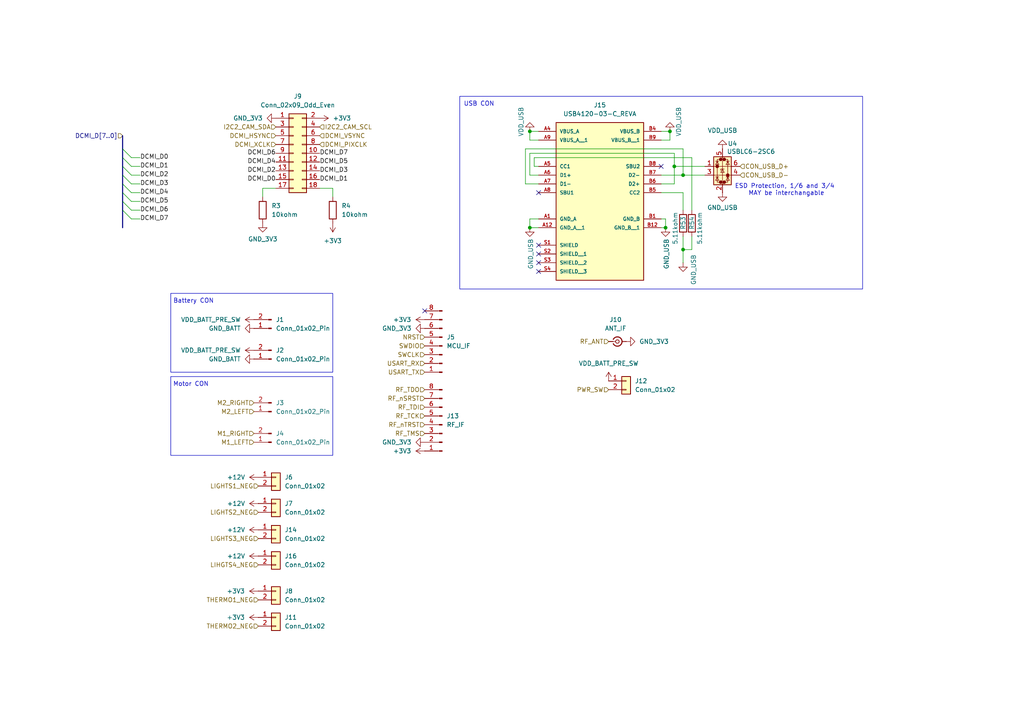
<source format=kicad_sch>
(kicad_sch (version 20231120) (generator "eeschema") (generator_version "8.0")
  (paper "A4")
  (lib_symbols
    (symbol "Connector:Conn_01x02_Pin" (pin_names (offset 1.016) hide)
      (property "Reference" "J" (at 0 2.54 0))
      (property "Value" "Conn_01x02_Pin" (at 0 -5.08 0))
      (symbol "Conn_01x02_Pin_1_1"
        (polyline (pts (xy 1.27 -2.54) (xy 0.8636 -2.54)) (stroke (width 0.1524)))
        (polyline (pts (xy 1.27 0) (xy 0.8636 0)) (stroke (width 0.1524)))
        (rectangle (start 0.8636 -2.413) (end 0 -2.667) (stroke (width 0.1524)) (fill (type outline)))
        (rectangle (start 0.8636 0.127) (end 0 -0.127) (stroke (width 0.1524)) (fill (type outline)))
        (pin passive line (at 5.08 0 180) (length 3.81) (name "Pin_1") (number "1"))
        (pin passive line (at 5.08 -2.54 180) (length 3.81) (name "Pin_2") (number "2"))
      )
    )
    (symbol "Connector:Conn_01x08_Pin" (pin_names (offset 1.016) hide)
      (property "Reference" "J" (at 0 10.16 0))
      (property "Value" "Conn_01x08_Pin" (at 0 -12.7 0))
      (symbol "Conn_01x08_Pin_1_1"
        (polyline (pts (xy 1.27 -10.16) (xy 0.8636 -10.16)) (stroke (width 0.1524)))
        (polyline (pts (xy 1.27 -7.62) (xy 0.8636 -7.62)) (stroke (width 0.1524)))
        (polyline (pts (xy 1.27 -5.08) (xy 0.8636 -5.08)) (stroke (width 0.1524)))
        (polyline (pts (xy 1.27 -2.54) (xy 0.8636 -2.54)) (stroke (width 0.1524)))
        (polyline (pts (xy 1.27 0) (xy 0.8636 0)) (stroke (width 0.1524)))
        (polyline (pts (xy 1.27 2.54) (xy 0.8636 2.54)) (stroke (width 0.1524)))
        (polyline (pts (xy 1.27 5.08) (xy 0.8636 5.08)) (stroke (width 0.1524)))
        (polyline (pts (xy 1.27 7.62) (xy 0.8636 7.62)) (stroke (width 0.1524)))
        (rectangle (start 0.8636 -10.033) (end 0 -10.287) (stroke (width 0.1524)) (fill (type outline)))
        (rectangle (start 0.8636 -7.493) (end 0 -7.747) (stroke (width 0.1524)) (fill (type outline)))
        (rectangle (start 0.8636 -4.953) (end 0 -5.207) (stroke (width 0.1524)) (fill (type outline)))
        (rectangle (start 0.8636 -2.413) (end 0 -2.667) (stroke (width 0.1524)) (fill (type outline)))
        (rectangle (start 0.8636 0.127) (end 0 -0.127) (stroke (width 0.1524)) (fill (type outline)))
        (rectangle (start 0.8636 2.667) (end 0 2.413) (stroke (width 0.1524)) (fill (type outline)))
        (rectangle (start 0.8636 5.207) (end 0 4.953) (stroke (width 0.1524)) (fill (type outline)))
        (rectangle (start 0.8636 7.747) (end 0 7.493) (stroke (width 0.1524)) (fill (type outline)))
        (pin passive line (at 5.08 7.62 180) (length 3.81) (name "Pin_1") (number "1"))
        (pin passive line (at 5.08 5.08 180) (length 3.81) (name "Pin_2") (number "2"))
        (pin passive line (at 5.08 2.54 180) (length 3.81) (name "Pin_3") (number "3"))
        (pin passive line (at 5.08 0 180) (length 3.81) (name "Pin_4") (number "4"))
        (pin passive line (at 5.08 -2.54 180) (length 3.81) (name "Pin_5") (number "5"))
        (pin passive line (at 5.08 -5.08 180) (length 3.81) (name "Pin_6") (number "6"))
        (pin passive line (at 5.08 -7.62 180) (length 3.81) (name "Pin_7") (number "7"))
        (pin passive line (at 5.08 -10.16 180) (length 3.81) (name "Pin_8") (number "8"))
      )
    )
    (symbol "Connector:Conn_Coaxial_Small" (pin_numbers hide) (pin_names (offset 1.016) hide)
      (property "Reference" "J" (at 0.254 3.048 0))
      (property "Value" "Conn_Coaxial_Small" (at 0 -3.81 0))
      (symbol "Conn_Coaxial_Small_0_1"
        (polyline (pts (xy -2.54 0) (xy -0.508 0)))
        (circle (center 0 0) (radius 0.508) (stroke (width 0.2032)))
      )
      (symbol "Conn_Coaxial_Small_1_1"
        (arc (start -1.1916 -0.6311) (mid 0.327 -1.3081) (end 1.3484 0.0039) (stroke (width 0.3048)))
        (arc (start 1.3484 -0.0039) (mid 0.327 1.3081) (end -1.1916 0.6311) (stroke (width 0.3048)))
        (pin passive line (at -2.54 0 0) (length 1.27) (name "In") (number "1"))
        (pin passive line (at 2.54 0 180) (length 1.27) (name "Ext") (number "2"))
      )
    )
    (symbol "Connector_Generic:Conn_01x02" (pin_names (offset 1.016) hide)
      (property "Reference" "J" (at 0 2.54 0))
      (property "Value" "Conn_01x02" (at 0 -5.08 0))
      (symbol "Conn_01x02_1_1"
        (rectangle (start -1.27 -2.413) (end 0 -2.667) (stroke (width 0.1524)))
        (rectangle (start -1.27 0.127) (end 0 -0.127) (stroke (width 0.1524)))
        (rectangle (start -1.27 1.27) (end 1.27 -3.81) (stroke (width 0.254)) (fill (type background)))
        (pin passive line (at -5.08 0 0) (length 3.81) (name "Pin_1") (number "1"))
        (pin passive line (at -5.08 -2.54 0) (length 3.81) (name "Pin_2") (number "2"))
      )
    )
    (symbol "Connector_Generic:Conn_02x09_Odd_Even" (pin_names (offset 1.016) hide)
      (property "Reference" "J" (at 1.27 12.7 0))
      (property "Value" "Conn_02x09_Odd_Even" (at 1.27 -12.7 0))
      (symbol "Conn_02x09_Odd_Even_1_1"
        (rectangle (start -1.27 -10.033) (end 0 -10.287) (stroke (width 0.1524)))
        (rectangle (start -1.27 -7.493) (end 0 -7.747) (stroke (width 0.1524)))
        (rectangle (start -1.27 -4.953) (end 0 -5.207) (stroke (width 0.1524)))
        (rectangle (start -1.27 -2.413) (end 0 -2.667) (stroke (width 0.1524)))
        (rectangle (start -1.27 0.127) (end 0 -0.127) (stroke (width 0.1524)))
        (rectangle (start -1.27 2.667) (end 0 2.413) (stroke (width 0.1524)))
        (rectangle (start -1.27 5.207) (end 0 4.953) (stroke (width 0.1524)))
        (rectangle (start -1.27 7.747) (end 0 7.493) (stroke (width 0.1524)))
        (rectangle (start -1.27 10.287) (end 0 10.033) (stroke (width 0.1524)))
        (rectangle (start -1.27 11.43) (end 3.81 -11.43) (stroke (width 0.254)) (fill (type background)))
        (rectangle (start 3.81 -10.033) (end 2.54 -10.287) (stroke (width 0.1524)))
        (rectangle (start 3.81 -7.493) (end 2.54 -7.747) (stroke (width 0.1524)))
        (rectangle (start 3.81 -4.953) (end 2.54 -5.207) (stroke (width 0.1524)))
        (rectangle (start 3.81 -2.413) (end 2.54 -2.667) (stroke (width 0.1524)))
        (rectangle (start 3.81 0.127) (end 2.54 -0.127) (stroke (width 0.1524)))
        (rectangle (start 3.81 2.667) (end 2.54 2.413) (stroke (width 0.1524)))
        (rectangle (start 3.81 5.207) (end 2.54 4.953) (stroke (width 0.1524)))
        (rectangle (start 3.81 7.747) (end 2.54 7.493) (stroke (width 0.1524)))
        (rectangle (start 3.81 10.287) (end 2.54 10.033) (stroke (width 0.1524)))
        (pin passive line (at -5.08 10.16 0) (length 3.81) (name "Pin_1") (number "1"))
        (pin passive line (at 7.62 0 180) (length 3.81) (name "Pin_10") (number "10"))
        (pin passive line (at -5.08 -2.54 0) (length 3.81) (name "Pin_11") (number "11"))
        (pin passive line (at 7.62 -2.54 180) (length 3.81) (name "Pin_12") (number "12"))
        (pin passive line (at -5.08 -5.08 0) (length 3.81) (name "Pin_13") (number "13"))
        (pin passive line (at 7.62 -5.08 180) (length 3.81) (name "Pin_14") (number "14"))
        (pin passive line (at -5.08 -7.62 0) (length 3.81) (name "Pin_15") (number "15"))
        (pin passive line (at 7.62 -7.62 180) (length 3.81) (name "Pin_16") (number "16"))
        (pin passive line (at -5.08 -10.16 0) (length 3.81) (name "Pin_17") (number "17"))
        (pin passive line (at 7.62 -10.16 180) (length 3.81) (name "Pin_18") (number "18"))
        (pin passive line (at 7.62 10.16 180) (length 3.81) (name "Pin_2") (number "2"))
        (pin passive line (at -5.08 7.62 0) (length 3.81) (name "Pin_3") (number "3"))
        (pin passive line (at 7.62 7.62 180) (length 3.81) (name "Pin_4") (number "4"))
        (pin passive line (at -5.08 5.08 0) (length 3.81) (name "Pin_5") (number "5"))
        (pin passive line (at 7.62 5.08 180) (length 3.81) (name "Pin_6") (number "6"))
        (pin passive line (at -5.08 2.54 0) (length 3.81) (name "Pin_7") (number "7"))
        (pin passive line (at 7.62 2.54 180) (length 3.81) (name "Pin_8") (number "8"))
        (pin passive line (at -5.08 0 0) (length 3.81) (name "Pin_9") (number "9"))
      )
    )
    (symbol "Device:R" (pin_numbers hide) (pin_names (offset 0))
      (property "Reference" "R" (at 2.032 0 90))
      (property "Value" "R" (at 0 0 90))
      (symbol "R_0_1"
        (rectangle (start -1.016 -2.54) (end 1.016 2.54) (stroke (width 0.254)))
      )
      (symbol "R_1_1"
        (pin passive line (at 0 3.81 270) (length 1.27) (name "~") (number "1"))
        (pin passive line (at 0 -3.81 90) (length 1.27) (name "~") (number "2"))
      )
    )
    (symbol "Power_Protection:USBLC6-2SC6" (pin_names hide)
      (property "Reference" "U" (at 0.635 5.715 0))
      (property "Value" "USBLC6-2SC6" (at 0.635 3.81 0))
      (symbol "USBLC6-2SC6_0_0"
        (circle (center -1.524 0) (radius 0.0001) (stroke (width 0.508)))
        (circle (center -0.508 -4.572) (radius 0.0001) (stroke (width 0.508)))
        (circle (center -0.508 2.032) (radius 0.0001) (stroke (width 0.508)))
        (circle (center 0.508 -4.572) (radius 0.0001) (stroke (width 0.508)))
        (circle (center 0.508 2.032) (radius 0.0001) (stroke (width 0.508)))
        (circle (center 1.524 -2.54) (radius 0.0001) (stroke (width 0.508)))
      )
      (symbol "USBLC6-2SC6_0_1"
        (polyline (pts (xy -2.54 -2.54) (xy 2.54 -2.54)))
        (polyline (pts (xy -2.54 0) (xy 2.54 0)))
        (polyline (pts (xy -2.032 -3.048) (xy -1.016 -3.048)))
        (polyline (pts (xy -1.016 1.524) (xy -2.032 1.524)))
        (polyline (pts (xy 1.016 -3.048) (xy 2.032 -3.048)))
        (polyline (pts (xy 1.016 1.524) (xy 2.032 1.524)))
        (polyline (pts (xy -0.508 -1.143) (xy -0.508 -0.762) (xy 0.508 -0.762)))
        (polyline (pts (xy -2.032 0.508) (xy -1.016 0.508) (xy -1.524 1.524) (xy -2.032 0.508)))
        (polyline (pts (xy -1.016 -4.064) (xy -2.032 -4.064) (xy -1.524 -3.048) (xy -1.016 -4.064)))
        (polyline (pts (xy 0.508 -1.778) (xy -0.508 -1.778) (xy 0 -0.762) (xy 0.508 -1.778)))
        (polyline (pts (xy 2.032 -4.064) (xy 1.016 -4.064) (xy 1.524 -3.048) (xy 2.032 -4.064)))
        (polyline (pts (xy 2.032 0.508) (xy 1.016 0.508) (xy 1.524 1.524) (xy 2.032 0.508)))
        (polyline (pts (xy 0 2.54) (xy -0.508 2.032) (xy 0.508 2.032) (xy 0 1.524) (xy 0 -4.064) (xy -0.508 -4.572) (xy 0.508 -4.572) (xy 0 -5.08)))
      )
      (symbol "USBLC6-2SC6_1_1"
        (rectangle (start -2.54 2.794) (end 2.54 -5.334) (stroke (width 0.254)) (fill (type background)))
        (polyline (pts (xy -0.508 2.032) (xy -1.524 2.032) (xy -1.524 -4.572) (xy -0.508 -4.572)))
        (polyline (pts (xy 0.508 -4.572) (xy 1.524 -4.572) (xy 1.524 2.032) (xy 0.508 2.032)))
        (pin passive line (at -5.08 0 0) (length 2.54) (name "I/O1") (number "1"))
        (pin passive line (at 0 -7.62 90) (length 2.54) (name "GND") (number "2"))
        (pin passive line (at -5.08 -2.54 0) (length 2.54) (name "I/O2") (number "3"))
        (pin passive line (at 5.08 -2.54 180) (length 2.54) (name "I/O2") (number "4"))
        (pin passive line (at 0 5.08 270) (length 2.54) (name "VBUS") (number "5"))
        (pin passive line (at 5.08 0 180) (length 2.54) (name "I/O1") (number "6"))
      )
    )
    (symbol "USB4120-03-C:USB4120-03-C_REVA" (pin_names (offset 1.016))
      (property "Reference" "J" (at -12.7 16.002 0))
      (property "Value" "USB4120-03-C_REVA" (at -12.7 -31.242 0))
      (symbol "USB4120-03-C_REVA_0_0"
        (rectangle (start -12.7 -30.48) (end 12.7 15.24) (stroke (width 0.254)) (fill (type background)))
        (pin power_in line (at -17.78 -12.7 0) (length 5.08) (name "GND_A") (number "A1"))
        (pin power_in line (at -17.78 -15.24 0) (length 5.08) (name "GND_A__1") (number "A12"))
        (pin power_in line (at -17.78 12.7 0) (length 5.08) (name "VBUS_A") (number "A4"))
        (pin bidirectional line (at -17.78 2.54 0) (length 5.08) (name "CC1") (number "A5"))
        (pin bidirectional line (at -17.78 0 0) (length 5.08) (name "D1+") (number "A6"))
        (pin bidirectional line (at -17.78 -2.54 0) (length 5.08) (name "D1-") (number "A7"))
        (pin bidirectional line (at -17.78 -5.08 0) (length 5.08) (name "SBU1") (number "A8"))
        (pin power_in line (at -17.78 10.16 0) (length 5.08) (name "VBUS_A__1") (number "A9"))
        (pin power_in line (at 17.78 -12.7 180) (length 5.08) (name "GND_B") (number "B1"))
        (pin power_in line (at 17.78 -15.24 180) (length 5.08) (name "GND_B__1") (number "B12"))
        (pin power_in line (at 17.78 12.7 180) (length 5.08) (name "VBUS_B") (number "B4"))
        (pin bidirectional line (at 17.78 -5.08 180) (length 5.08) (name "CC2") (number "B5"))
        (pin bidirectional line (at 17.78 -2.54 180) (length 5.08) (name "D2+") (number "B6"))
        (pin bidirectional line (at 17.78 0 180) (length 5.08) (name "D2-") (number "B7"))
        (pin bidirectional line (at 17.78 2.54 180) (length 5.08) (name "SBU2") (number "B8"))
        (pin power_in line (at 17.78 10.16 180) (length 5.08) (name "VBUS_B__1") (number "B9"))
        (pin passive line (at -17.78 -20.32 0) (length 5.08) (name "SHIELD") (number "S1"))
        (pin passive line (at -17.78 -22.86 0) (length 5.08) (name "SHIELD__1") (number "S2"))
        (pin passive line (at -17.78 -25.4 0) (length 5.08) (name "SHIELD__2") (number "S3"))
        (pin passive line (at -17.78 -27.94 0) (length 5.08) (name "SHIELD__3") (number "S4"))
      )
    )
    (symbol "power:+3V3" (power) (pin_numbers hide) (pin_names (offset 0) hide)
      (property "Value" "+3V3" (at 0 3.556 0))
      (symbol "+3V3_0_1"
        (polyline (pts (xy -0.762 1.27) (xy 0 2.54)))
        (polyline (pts (xy 0 0) (xy 0 2.54)))
        (polyline (pts (xy 0 2.54) (xy 0.762 1.27)))
      )
      (symbol "+3V3_1_1"
        (pin power_in line (at 0 0 90) (length 0) (name "~") (number "1"))
      )
    )
    (symbol "power:GND" (power) (pin_numbers hide) (pin_names (offset 0) hide)
      (property "Value" "GND" (at 0 -3.81 0))
      (symbol "GND_0_1"
        (polyline (pts (xy 0 0) (xy 0 -1.27) (xy 1.27 -1.27) (xy 0 -2.54) (xy -1.27 -1.27) (xy 0 -1.27)))
      )
      (symbol "GND_1_1"
        (pin power_in line (at 0 0 270) (length 0) (name "~") (number "1"))
      )
    )
  )
  (junction (at 194.31 38.1))
  (junction (at 195.58 48.26))
  (junction (at 198.12 72.39))
  (junction (at 153.67 38.1))
  (junction (at 153.67 66.04))
  (junction (at 198.12 50.8))
  (junction (at 193.04 66.04))
  (no_connect (at 156.21 55.88))
  (no_connect (at 156.21 73.66))
  (no_connect (at 156.21 71.12))
  (no_connect (at 156.21 78.74))
  (no_connect (at 123.19 90.17))
  (no_connect (at 191.77 48.26))
  (no_connect (at 156.21 76.2))
  (bus_entry (at 35.56 55.88) (size 2.54 2.54))
  (bus_entry (at 35.56 58.42) (size 2.54 2.54))
  (bus_entry (at 35.56 43.18) (size 2.54 2.54))
  (bus_entry (at 35.56 60.96) (size 2.54 2.54))
  (bus_entry (at 35.56 53.34) (size 2.54 2.54))
  (bus_entry (at 35.56 48.26) (size 2.54 2.54))
  (bus_entry (at 35.56 45.72) (size 2.54 2.54))
  (bus_entry (at 35.56 50.8) (size 2.54 2.54))
  (wire (pts (xy 153.67 44.45) (xy 195.58 44.45)))
  (wire (pts (xy 195.58 48.26) (xy 195.58 53.34)))
  (wire (pts (xy 40.64 48.26) (xy 38.1 48.26)))
  (wire (pts (xy 191.77 63.5) (xy 193.04 63.5)))
  (wire (pts (xy 154.94 45.72) (xy 200.66 45.72)))
  (bus (pts (xy 35.56 66.04) (xy 35.56 60.96)))
  (wire (pts (xy 153.67 63.5) (xy 156.21 63.5)))
  (bus (pts (xy 35.56 50.8) (xy 35.56 48.26)))
  (wire (pts (xy 194.31 40.64) (xy 194.31 38.1)))
  (bus (pts (xy 35.56 43.18) (xy 35.56 39.37)))
  (bus (pts (xy 35.56 45.72) (xy 35.56 43.18)))
  (wire (pts (xy 191.77 40.64) (xy 194.31 40.64)))
  (bus (pts (xy 35.56 60.96) (xy 35.56 58.42)))
  (wire (pts (xy 193.04 66.04) (xy 191.77 66.04)))
  (wire (pts (xy 40.64 60.96) (xy 38.1 60.96)))
  (wire (pts (xy 198.12 72.39) (xy 200.66 72.39)))
  (wire (pts (xy 153.67 66.04) (xy 156.21 66.04)))
  (wire (pts (xy 198.12 60.96) (xy 198.12 55.88)))
  (wire (pts (xy 96.52 54.61) (xy 96.52 57.15)))
  (wire (pts (xy 40.64 50.8) (xy 38.1 50.8)))
  (wire (pts (xy 76.2 54.61) (xy 76.2 57.15)))
  (wire (pts (xy 76.2 54.61) (xy 80.01 54.61)))
  (wire (pts (xy 40.64 63.5) (xy 38.1 63.5)))
  (wire (pts (xy 152.4 53.34) (xy 152.4 43.18)))
  (wire (pts (xy 195.58 44.45) (xy 195.58 48.26)))
  (wire (pts (xy 40.64 58.42) (xy 38.1 58.42)))
  (wire (pts (xy 40.64 53.34) (xy 38.1 53.34)))
  (wire (pts (xy 156.21 53.34) (xy 152.4 53.34)))
  (wire (pts (xy 198.12 43.18) (xy 198.12 50.8)))
  (bus (pts (xy 35.56 58.42) (xy 35.56 55.88)))
  (wire (pts (xy 154.94 48.26) (xy 154.94 45.72)))
  (wire (pts (xy 193.04 63.5) (xy 193.04 66.04)))
  (wire (pts (xy 200.66 45.72) (xy 200.66 60.96)))
  (wire (pts (xy 194.31 38.1) (xy 191.77 38.1)))
  (bus (pts (xy 35.56 48.26) (xy 35.56 45.72)))
  (bus (pts (xy 35.56 53.34) (xy 35.56 50.8)))
  (wire (pts (xy 156.21 50.8) (xy 153.67 50.8)))
  (wire (pts (xy 153.67 38.1) (xy 156.21 38.1)))
  (wire (pts (xy 198.12 68.58) (xy 198.12 72.39)))
  (wire (pts (xy 96.52 54.61) (xy 92.71 54.61)))
  (wire (pts (xy 198.12 72.39) (xy 198.12 76.2)))
  (wire (pts (xy 152.4 43.18) (xy 198.12 43.18)))
  (wire (pts (xy 156.21 40.64) (xy 153.67 40.64)))
  (wire (pts (xy 195.58 48.26) (xy 204.47 48.26)))
  (wire (pts (xy 153.67 50.8) (xy 153.67 44.45)))
  (wire (pts (xy 153.67 66.04) (xy 153.67 63.5)))
  (wire (pts (xy 153.67 40.64) (xy 153.67 38.1)))
  (wire (pts (xy 198.12 50.8) (xy 204.47 50.8)))
  (wire (pts (xy 156.21 48.26) (xy 154.94 48.26)))
  (bus (pts (xy 35.56 55.88) (xy 35.56 53.34)))
  (wire (pts (xy 191.77 50.8) (xy 198.12 50.8)))
  (wire (pts (xy 40.64 55.88) (xy 38.1 55.88)))
  (wire (pts (xy 200.66 72.39) (xy 200.66 68.58)))
  (wire (pts (xy 191.77 53.34) (xy 195.58 53.34)))
  (wire (pts (xy 198.12 55.88) (xy 191.77 55.88)))
  (wire (pts (xy 40.64 45.72) (xy 38.1 45.72)))
  (rectangle (start 133.35 27.94) (end 250.19 83.82))
  (rectangle (start 49.53 85.09) (end 96.52 107.95))
  (rectangle (start 49.53 109.22) (end 96.52 132.08))
  (text "Battery CON" (at 56.134 87.376 0) (effects (font (size 1.27 1.27))))
  (text "ESD Protection, 1/6 and 3/4 \nMAY be interchangable" (at 228.092 55.118 0) (effects (font (size 1.27 1.27))))
  (text "USB CON" (at 138.938 30.226 0) (effects (font (size 1.27 1.27))))
  (text "Motor CON" (at 55.372 111.506 0) (effects (font (size 1.27 1.27))))
  (label "DCMI_D4" (at 80.01 46.99 180))
  (label "DCMI_D0" (at 80.01 52.07 180))
  (label "DCMI_D5" (at 40.64 58.42 0))
  (label "DCMI_D1" (at 40.64 48.26 0))
  (label "DCMI_D7" (at 40.64 63.5 0))
  (label "DCMI_D3" (at 92.71 49.53 0))
  (label "DCMI_D0" (at 40.64 45.72 0))
  (label "DCMI_D7" (at 92.71 44.45 0))
  (label "DCMI_D6" (at 40.64 60.96 0))
  (label "DCMI_D4" (at 40.64 55.88 0))
  (label "DCMI_D1" (at 92.71 52.07 0))
  (label "DCMI_D2" (at 40.64 50.8 0))
  (label "DCMI_D2" (at 80.01 49.53 180))
  (label "DCMI_D5" (at 92.71 46.99 0))
  (label "DCMI_D6" (at 80.01 44.45 180))
  (label "DCMI_D3" (at 40.64 53.34 0))
  (hierarchical_label "SWCLK" (shape input) (at 123.19 102.87 180))
  (hierarchical_label "RF_TCK" (shape input) (at 123.19 120.65 180))
  (hierarchical_label "LIGHTS2_NEG" (shape input) (at 74.93 148.59 180))
  (hierarchical_label "M1_LEFT" (shape input) (at 73.66 128.27 180))
  (hierarchical_label "LIGHTS1_NEG" (shape input) (at 74.93 140.97 180))
  (hierarchical_label "USART_RX" (shape input) (at 123.19 105.41 180))
  (hierarchical_label "LIGHTS3_NEG" (shape input) (at 74.93 156.21 180))
  (hierarchical_label "RF_TDO" (shape input) (at 123.19 113.03 180))
  (hierarchical_label "DCMI_XCLK" (shape input) (at 80.01 41.91 180))
  (hierarchical_label "THERMO2_NEG" (shape input) (at 74.93 181.61 180))
  (hierarchical_label "M2_LEFT" (shape input) (at 73.66 119.38 180))
  (hierarchical_label "RF_nTRST" (shape input) (at 123.19 123.19 180))
  (hierarchical_label "DCMI_VSYNC" (shape input) (at 92.71 39.37 0))
  (hierarchical_label "PWR_SW" (shape input) (at 176.53 113.03 180))
  (hierarchical_label "DCMI_HSYNC" (shape input) (at 80.01 39.37 180))
  (hierarchical_label "NRST" (shape input) (at 123.19 97.79 180))
  (hierarchical_label "M1_RIGHT" (shape input) (at 73.66 125.73 180))
  (hierarchical_label "DCMI_D[7..0]" (shape input) (at 35.56 39.37 180))
  (hierarchical_label "RF_nSRST" (shape input) (at 123.19 115.57 180))
  (hierarchical_label "I2C2_CAM_SDA" (shape input) (at 80.01 36.83 180))
  (hierarchical_label "RF_TMS" (shape input) (at 123.19 125.73 180))
  (hierarchical_label "RF_ANT" (shape input) (at 176.53 99.06 180))
  (hierarchical_label "USART_TX" (shape input) (at 123.19 107.95 180))
  (hierarchical_label "LIHGTS4_NEG" (shape input) (at 74.93 163.83 180))
  (hierarchical_label "SWDIO" (shape input) (at 123.19 100.33 180))
  (hierarchical_label "M2_RIGHT" (shape input) (at 73.66 116.84 180))
  (hierarchical_label "THERMO1_NEG" (shape input) (at 74.93 173.99 180))
  (hierarchical_label "RF_TDI" (shape input) (at 123.19 118.11 180))
  (hierarchical_label "DCMI_PIXCLK" (shape input) (at 92.71 41.91 0))
  (hierarchical_label "CON_USB_D+" (shape input) (at 214.63 48.26 0))
  (hierarchical_label "CON_USB_D-" (shape input) (at 214.63 50.8 0))
  (hierarchical_label "I2C2_CAM_SCL" (shape input) (at 92.71 36.83 0))
  (symbol (lib_id "power:GND") (at 80.01 34.29 270) (unit 1)
    (property "Reference" "#PWR018" (effects (hide yes)))
    (property "Value" "GND_3V3" (at 76.2 34.2899 90) (effects (justify right)))
    (property "Description" "Power symbol creates a global label with name \"GND\" , ground" (effects (hide yes)))
  )
  (symbol (lib_id "power:GND") (at 153.67 38.1 180) (unit 1)
    (property "Reference" "#PWR071" (effects (hide yes)))
    (property "Value" "VDD_USB" (at 151.13 35.306 90))
    (property "Description" "Power symbol creates a global label with name \"GND\" , ground" (effects (hide yes)))
  )
  (symbol (lib_id "power:+3V3") (at 123.19 92.71 90) (unit 1)
    (property "Reference" "#PWR015" (effects (hide yes)))
    (property "Value" "+3V3" (at 119.3 92.7099 90) (effects (justify left)))
    (property "Description" "Power symbol creates a global label with name \"+3V3\"" (effects (hide yes)))
  )
  (symbol (lib_id "power:GND") (at 76.2 64.77 0) (unit 1)
    (property "Reference" "#PWR017" (effects (hide yes)))
    (property "Value" "GND_3V3" (at 80.518 69.342 0) (effects (justify right)))
    (property "Description" "Power symbol creates a global label with name \"GND\" , ground" (effects (hide yes)))
  )
  (symbol (lib_id "Connector:Conn_01x08_Pin") (at 128.27 100.33 180) (unit 1)
    (property "Reference" "J5" (at 129.54 97.7899 0) (effects (justify right)))
    (property "Value" "MCU_IF" (at 129.54 100.3299 0) (effects (justify right)))
    (property "Footprint" "Connector_PinHeader_2.54mm:PinHeader_2x04_P2.54mm_Vertical" (effects (hide yes)))
    (property "Description" "Generic connector, single row, 01x08, script generated" (effects (hide yes)))
  )
  (symbol (lib_id "Connector:Conn_01x02_Pin") (at 78.74 119.38 180) (unit 1)
    (property "Reference" "J3" (at 80.01 116.8399 0) (effects (justify right)))
    (property "Value" "Conn_01x02_Pin" (at 80.01 119.3799 0) (effects (justify right)))
    (property "Footprint" "Connector_AMASS:AMASS_XT60-M_1x02_P7.20mm_Vertical" (effects (hide yes)))
    (property "Description" "Generic connector, single row, 01x02, script generated" (effects (hide yes)))
  )
  (symbol (lib_id "power:+3V3") (at 74.93 153.67 90) (unit 1)
    (property "Reference" "#PWR085" (effects (hide yes)))
    (property "Value" "+12V" (at 71.12 153.6699 90) (effects (justify left)))
    (property "Description" "Power symbol creates a global label with name \"+3V3\"" (effects (hide yes)))
  )
  (symbol (lib_id "power:GND") (at 193.04 66.04 0) (unit 1)
    (property "Reference" "#PWR079" (effects (hide yes)))
    (property "Value" "GND_USB" (at 193.294 73.66 90))
    (property "Description" "Power symbol creates a global label with name \"GND\" , ground" (effects (hide yes)))
  )
  (symbol (lib_id "power:GND") (at 209.55 55.88 0) (unit 1)
    (property "Reference" "#PWR075" (effects (hide yes)))
    (property "Value" "GND_USB" (at 209.55 60.198 0))
    (property "Description" "Power symbol creates a global label with name \"GND\" , ground" (effects (hide yes)))
  )
  (symbol (lib_id "Connector_Generic:Conn_01x02") (at 80.01 179.07 0) (unit 1)
    (property "Reference" "J11" (at 82.55 179.0699 0) (effects (justify left)))
    (property "Value" "Conn_01x02" (at 82.55 181.6099 0) (effects (justify left)))
    (property "Footprint" "Connector_JST:JST_XH_B2B-XH-AM_1x02_P2.50mm_Vertical" (effects (hide yes)))
    (property "Description" "Generic connector, single row, 01x02, script generated (kicad-library-utils/schlib/autogen/connector/)" (effects (hide yes)))
  )
  (symbol (lib_id "Connector_Generic:Conn_01x02") (at 80.01 171.45 0) (unit 1)
    (property "Reference" "J8" (at 82.55 171.4499 0) (effects (justify left)))
    (property "Value" "Conn_01x02" (at 82.55 173.9899 0) (effects (justify left)))
    (property "Footprint" "Connector_JST:JST_XH_B2B-XH-AM_1x02_P2.50mm_Vertical" (effects (hide yes)))
    (property "Description" "Generic connector, single row, 01x02, script generated (kicad-library-utils/schlib/autogen/connector/)" (effects (hide yes)))
  )
  (symbol (lib_id "power:GND") (at 73.66 104.14 270) (unit 1)
    (property "Reference" "#PWR014" (effects (hide yes)))
    (property "Value" "GND_BATT" (at 69.85 104.1399 90) (effects (justify right)))
    (property "Description" "Power symbol creates a global label with name \"GND\" , ground" (effects (hide yes)))
  )
  (symbol (lib_id "Connector:Conn_01x02_Pin") (at 78.74 128.27 180) (unit 1)
    (property "Reference" "J4" (at 80.01 125.7299 0) (effects (justify right)))
    (property "Value" "Conn_01x02_Pin" (at 80.01 128.2699 0) (effects (justify right)))
    (property "Footprint" "Connector_AMASS:AMASS_XT60-M_1x02_P7.20mm_Vertical" (effects (hide yes)))
    (property "Description" "Generic connector, single row, 01x02, script generated" (effects (hide yes)))
  )
  (symbol (lib_id "power:+3V3") (at 123.19 130.81 90) (unit 1)
    (property "Reference" "#PWR070" (effects (hide yes)))
    (property "Value" "+3V3" (at 119.3 130.8099 90) (effects (justify left)))
    (property "Description" "Power symbol creates a global label with name \"+3V3\"" (effects (hide yes)))
  )
  (symbol (lib_id "Device:R") (at 198.12 64.77 0) (mirror x) (unit 1)
    (property "Reference" "R53" (at 198.12 62.738 90) (effects (justify left)))
    (property "Value" "5.11kohm" (at 195.834 61.468 90) (effects (justify left)))
    (property "Footprint" "Resistor_SMD:R_0603_1608Metric" (effects (hide yes)))
    (property "Description" "Resistor" (effects (hide yes)))
  )
  (symbol (lib_id "power:+3V3") (at 74.93 179.07 90) (unit 1)
    (property "Reference" "#PWR0132" (effects (hide yes)))
    (property "Value" "+3V3" (at 71.04 179.0699 90) (effects (justify left)))
    (property "Description" "Power symbol creates a global label with name \"+3V3\"" (effects (hide yes)))
  )
  (symbol (lib_id "power:GND") (at 198.12 76.2 0) (unit 1)
    (property "Reference" "#PWR073" (effects (hide yes)))
    (property "Value" "GND_USB" (at 201.168 78.232 90))
    (property "Description" "Power symbol creates a global label with name \"GND\" , ground" (effects (hide yes)))
  )
  (symbol (lib_id "power:+3V3") (at 96.52 64.77 180) (unit 1)
    (property "Reference" "#PWR020" (effects (hide yes)))
    (property "Value" "+3V3" (at 96.52 69.85 0))
    (property "Description" "Power symbol creates a global label with name \"+3V3\"" (effects (hide yes)))
  )
  (symbol (lib_id "USB4120-03-C:USB4120-03-C_REVA") (at 173.99 50.8 0) (unit 1)
    (property "Reference" "J15" (at 173.99 30.48 0))
    (property "Value" "USB4120-03-C_REVA" (at 173.99 33.02 0))
    (property "Footprint" "USB4120-03-C:GCT_USB4120-03-C_REVA" (effects (hide yes)))
    (property "PARTREV" "A" (effects (hide yes)))
    (property "MANUFACTURER" "GCT" (effects (hide yes)))
    (property "MAXIMUM_PACKAGE_HEIGHT" "6.5mm" (effects (hide yes)))
    (property "STANDARD" "Manufacturer Recommendations" (effects (hide yes)))
  )
  (symbol (lib_id "power:+3V3") (at 73.66 92.71 90) (unit 1)
    (property "Reference" "#PWR011" (effects (hide yes)))
    (property "Value" "VDD_BATT_PRE_SW" (at 69.85 92.7099 90) (effects (justify left)))
    (property "Description" "Power symbol creates a global label with name \"+3V3\"" (effects (hide yes)))
  )
  (symbol (lib_id "Connector_Generic:Conn_01x02") (at 80.01 153.67 0) (unit 1)
    (property "Reference" "J14" (at 82.55 153.6699 0) (effects (justify left)))
    (property "Value" "Conn_01x02" (at 82.55 156.2099 0) (effects (justify left)))
    (property "Footprint" "Connector_JST:JST_XH_B2B-XH-AM_1x02_P2.50mm_Vertical" (effects (hide yes)))
    (property "Description" "Generic connector, single row, 01x02, script generated (kicad-library-utils/schlib/autogen/connector/)" (effects (hide yes)))
  )
  (symbol (lib_id "power:+3V3") (at 74.93 161.29 90) (unit 1)
    (property "Reference" "#PWR086" (effects (hide yes)))
    (property "Value" "+12V" (at 71.12 161.2899 90) (effects (justify left)))
    (property "Description" "Power symbol creates a global label with name \"+3V3\"" (effects (hide yes)))
  )
  (symbol (lib_id "power:+3V3") (at 92.71 34.29 270) (unit 1)
    (property "Reference" "#PWR019" (effects (hide yes)))
    (property "Value" "+3V3" (at 96.52 34.2899 90) (effects (justify left)))
    (property "Description" "Power symbol creates a global label with name \"+3V3\"" (effects (hide yes)))
  )
  (symbol (lib_id "Connector_Generic:Conn_01x02") (at 80.01 138.43 0) (unit 1)
    (property "Reference" "J6" (at 82.55 138.4299 0) (effects (justify left)))
    (property "Value" "Conn_01x02" (at 82.55 140.9699 0) (effects (justify left)))
    (property "Footprint" "Connector_JST:JST_XH_B2B-XH-AM_1x02_P2.50mm_Vertical" (effects (hide yes)))
    (property "Description" "Generic connector, single row, 01x02, script generated (kicad-library-utils/schlib/autogen/connector/)" (effects (hide yes)))
  )
  (symbol (lib_id "Connector_Generic:Conn_02x09_Odd_Even") (at 85.09 44.45 0) (unit 1)
    (property "Reference" "J9" (at 86.36 27.94 0))
    (property "Value" "Conn_02x09_Odd_Even" (at 86.36 30.48 0))
    (property "Footprint" "Connector_PinSocket_2.54mm:PinSocket_2x09_P2.54mm_Horizontal" (effects (hide yes)))
    (property "Description" "Generic connector, double row, 02x09, odd/even pin numbering scheme (row 1 odd numbers, row 2 even numbers), script generated (kicad-library-utils/schlib/autogen/connector/)" (effects (hide yes)))
  )
  (symbol (lib_id "Connector:Conn_01x02_Pin") (at 78.74 104.14 180) (unit 1)
    (property "Reference" "J2" (at 80.01 101.5999 0) (effects (justify right)))
    (property "Value" "Conn_01x02_Pin" (at 80.01 104.1399 0) (effects (justify right)))
    (property "Footprint" "Connector_AMASS:AMASS_XT60-M_1x02_P7.20mm_Vertical" (effects (hide yes)))
    (property "Description" "Generic connector, single row, 01x02, script generated" (effects (hide yes)))
  )
  (symbol (lib_id "power:GND") (at 123.19 95.25 270) (unit 1)
    (property "Reference" "#PWR016" (effects (hide yes)))
    (property "Value" "GND_3V3" (at 119.38 95.2499 90) (effects (justify right)))
    (property "Description" "Power symbol creates a global label with name \"GND\" , ground" (effects (hide yes)))
  )
  (symbol (lib_id "power:+3V3") (at 74.93 171.45 90) (unit 1)
    (property "Reference" "#PWR0131" (effects (hide yes)))
    (property "Value" "+3V3" (at 71.04 171.4499 90) (effects (justify left)))
    (property "Description" "Power symbol creates a global label with name \"+3V3\"" (effects (hide yes)))
  )
  (symbol (lib_id "Connector:Conn_01x08_Pin") (at 128.27 123.19 180) (unit 1)
    (property "Reference" "J13" (at 129.54 120.6499 0) (effects (justify right)))
    (property "Value" "RF_IF" (at 129.54 123.1899 0) (effects (justify right)))
    (property "Footprint" "Connector_PinHeader_2.54mm:PinHeader_2x04_P2.54mm_Vertical" (effects (hide yes)))
    (property "Description" "Generic connector, single row, 01x08, script generated" (effects (hide yes)))
  )
  (symbol (lib_id "Connector_Generic:Conn_01x02") (at 80.01 161.29 0) (unit 1)
    (property "Reference" "J16" (at 82.55 161.2899 0) (effects (justify left)))
    (property "Value" "Conn_01x02" (at 82.55 163.8299 0) (effects (justify left)))
    (property "Footprint" "Connector_JST:JST_XH_B2B-XH-AM_1x02_P2.50mm_Vertical" (effects (hide yes)))
    (property "Description" "Generic connector, single row, 01x02, script generated (kicad-library-utils/schlib/autogen/connector/)" (effects (hide yes)))
  )
  (symbol (lib_id "Power_Protection:USBLC6-2SC6") (at 209.55 48.26 0) (unit 1)
    (property "Reference" "U4" (at 211.074 41.656 0) (effects (justify left)))
    (property "Value" "USBLC6-2SC6" (at 210.82 43.942 0) (effects (justify left)))
    (property "Footprint" "Package_TO_SOT_SMD:SOT-23-6" (effects (hide yes)))
    (property "Datasheet" "https://www.digikey.ca/en/products/detail/stmicroelectronics/USBLC6-2SC6/1040559" (effects (hide yes)))
    (property "Description" "Very low capacitance ESD protection diode, 2 data-line, SOT-23-6" (effects (hide yes)))
  )
  (symbol (lib_id "Connector:Conn_01x02_Pin") (at 78.74 95.25 180) (unit 1)
    (property "Reference" "J1" (at 80.01 92.7099 0) (effects (justify right)))
    (property "Value" "Conn_01x02_Pin" (at 80.01 95.2499 0) (effects (justify right)))
    (property "Footprint" "Connector_AMASS:AMASS_XT60-M_1x02_P7.20mm_Vertical" (effects (hide yes)))
    (property "Description" "Generic connector, single row, 01x02, script generated" (effects (hide yes)))
  )
  (symbol (lib_id "Connector_Generic:Conn_01x02") (at 181.61 110.49 0) (unit 1)
    (property "Reference" "J12" (at 184.15 110.4899 0) (effects (justify left)))
    (property "Value" "Conn_01x02" (at 184.15 113.0299 0) (effects (justify left)))
    (property "Footprint" "Connector_JST:JST_XH_B2B-XH-AM_1x02_P2.50mm_Vertical" (effects (hide yes)))
    (property "Description" "Generic connector, single row, 01x02, script generated (kicad-library-utils/schlib/autogen/connector/)" (effects (hide yes)))
  )
  (symbol (lib_id "power:GND") (at 194.31 38.1 0) (mirror x) (unit 1)
    (property "Reference" "#PWR080" (effects (hide yes)))
    (property "Value" "VDD_USB" (at 196.85 35.306 90))
    (property "Description" "Power symbol creates a global label with name \"GND\" , ground" (effects (hide yes)))
  )
  (symbol (lib_id "power:GND") (at 73.66 95.25 270) (unit 1)
    (property "Reference" "#PWR012" (effects (hide yes)))
    (property "Value" "GND_BATT" (at 69.85 95.2499 90) (effects (justify right)))
    (property "Description" "Power symbol creates a global label with name \"GND\" , ground" (effects (hide yes)))
  )
  (symbol (lib_id "Device:R") (at 200.66 64.77 180) (unit 1)
    (property "Reference" "R54" (at 200.66 62.738 90) (effects (justify left)))
    (property "Value" "5.11kohm" (at 202.946 61.468 90) (effects (justify left)))
    (property "Footprint" "Resistor_SMD:R_0603_1608Metric" (effects (hide yes)))
    (property "Description" "Resistor" (effects (hide yes)))
  )
  (symbol (lib_id "power:+3V3") (at 73.66 101.6 90) (unit 1)
    (property "Reference" "#PWR013" (effects (hide yes)))
    (property "Value" "VDD_BATT_PRE_SW" (at 69.85 101.5999 90) (effects (justify left)))
    (property "Description" "Power symbol creates a global label with name \"+3V3\"" (effects (hide yes)))
  )
  (symbol (lib_id "power:+3V3") (at 74.93 138.43 90) (unit 1)
    (property "Reference" "#PWR084" (effects (hide yes)))
    (property "Value" "+12V" (at 71.12 138.4299 90) (effects (justify left)))
    (property "Description" "Power symbol creates a global label with name \"+3V3\"" (effects (hide yes)))
  )
  (symbol (lib_id "power:GND") (at 123.19 128.27 270) (unit 1)
    (property "Reference" "#PWR069" (effects (hide yes)))
    (property "Value" "GND_3V3" (at 119.38 128.2699 90) (effects (justify right)))
    (property "Description" "Power symbol creates a global label with name \"GND\" , ground" (effects (hide yes)))
  )
  (symbol (lib_id "power:+3V3") (at 74.93 146.05 90) (unit 1)
    (property "Reference" "#PWR083" (effects (hide yes)))
    (property "Value" "+12V" (at 71.12 146.0499 90) (effects (justify left)))
    (property "Description" "Power symbol creates a global label with name \"+3V3\"" (effects (hide yes)))
  )
  (symbol (lib_id "power:GND") (at 209.55 43.18 180) (unit 1)
    (property "Reference" "#PWR074" (effects (hide yes)))
    (property "Value" "VDD_USB" (at 209.55 37.846 0))
    (property "Description" "Power symbol creates a global label with name \"GND\" , ground" (effects (hide yes)))
  )
  (symbol (lib_id "Connector_Generic:Conn_01x02") (at 80.01 146.05 0) (unit 1)
    (property "Reference" "J7" (at 82.55 146.0499 0) (effects (justify left)))
    (property "Value" "Conn_01x02" (at 82.55 148.5899 0) (effects (justify left)))
    (property "Footprint" "Connector_JST:JST_XH_B2B-XH-AM_1x02_P2.50mm_Vertical" (effects (hide yes)))
    (property "Description" "Generic connector, single row, 01x02, script generated (kicad-library-utils/schlib/autogen/connector/)" (effects (hide yes)))
  )
  (symbol (lib_id "power:GND") (at 153.67 66.04 0) (unit 1)
    (property "Reference" "#PWR072" (effects (hide yes)))
    (property "Value" "GND_USB" (at 153.924 73.66 90))
    (property "Description" "Power symbol creates a global label with name \"GND\" , ground" (effects (hide yes)))
  )
  (symbol (lib_id "Device:R") (at 96.52 60.96 180) (unit 1)
    (property "Reference" "R4" (at 99.06 59.6899 0) (effects (justify right)))
    (property "Value" "10kohm" (at 99.06 62.2299 0) (effects (justify right)))
    (property "Footprint" "Resistor_SMD:R_0603_1608Metric" (effects (hide yes)))
    (property "Description" "Resistor" (effects (hide yes)))
  )
  (symbol (lib_id "power:GND") (at 181.61 99.06 90) (unit 1)
    (property "Reference" "#PWR021" (effects (hide yes)))
    (property "Value" "GND_3V3" (at 185.42 99.0599 90) (effects (justify right)))
    (property "Description" "Power symbol creates a global label with name \"GND\" , ground" (effects (hide yes)))
  )
  (symbol (lib_id "power:+3V3") (at 176.53 110.49 0) (unit 1)
    (property "Reference" "#PWR0136" (effects (hide yes)))
    (property "Value" "VDD_BATT_PRE_SW" (at 176.53 105.41 0))
    (property "Description" "Power symbol creates a global label with name \"+3V3\"" (effects (hide yes)))
  )
  (symbol (lib_id "Connector:Conn_Coaxial_Small") (at 179.07 99.06 0) (unit 1)
    (property "Reference" "J10" (at 178.5504 92.71 0))
    (property "Value" "ANT_IF" (at 178.5504 95.25 0))
    (property "Footprint" "Connector_Coaxial:SMA_Molex_73251-1153_EdgeMount_Horizontal" (effects (hide yes)))
    (property "Description" "small coaxial connector (BNC, SMA, SMB, SMC, Cinch/RCA, LEMO, ...)" (effects (hide yes)))
  )
  (symbol (lib_id "Device:R") (at 76.2 60.96 180) (unit 1)
    (property "Reference" "R3" (at 78.74 59.6899 0) (effects (justify right)))
    (property "Value" "10kohm" (at 78.74 62.2299 0) (effects (justify right)))
    (property "Footprint" "Resistor_SMD:R_0603_1608Metric" (effects (hide yes)))
    (property "Description" "Resistor" (effects (hide yes)))
  )
)
</source>
